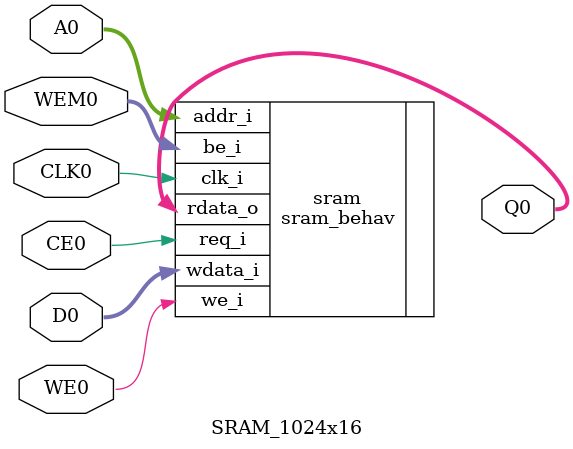
<source format=v>
`timescale 1 ps / 1 ps
module SRAM_1024x16 (
    CLK0,
    A0,
    D0,
    Q0,
    WE0,
    WEM0,
    CE0
);
    input CLK0;
    input [9:0] A0;
    input [15:0] D0;
    output [15:0] Q0;
    input WE0;
    input [15:0] WEM0;
    input CE0;

    sram_behav #(
        .DATA_WIDTH(16),
        .NUM_WORDS (1024)
    ) sram (
        .clk_i(CLK0),
        .req_i(CE0),
        .we_i(WE0),
        .addr_i(A0),
        .wdata_i(D0),
        .be_i(WEM0),
        .rdata_o(Q0)
    );

endmodule

</source>
